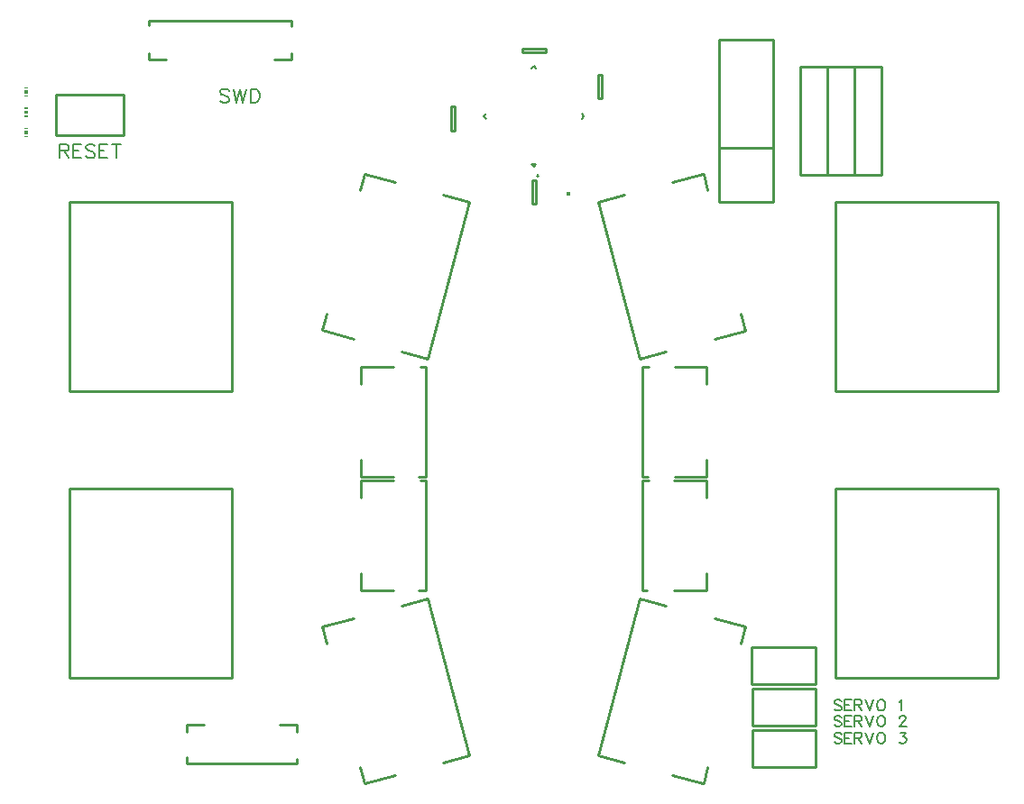
<source format=gto>
G04 DipTrace 2.4.0.2*
%INTopSilk.gbr*%
%MOIN*%
%ADD10C,0.0098*%
%ADD12C,0.003*%
%ADD35C,0.005*%
%ADD36O,0.0155X0.0154*%
%ADD83C,0.0077*%
%ADD84C,0.0062*%
%FSLAX44Y44*%
G04*
G70*
G90*
G75*
G01*
%LNTopSilk*%
%LPD*%
G36*
X4733Y30186D2*
X4615D1*
Y30245D1*
X4733D1*
Y30186D1*
G37*
G36*
Y30481D2*
X4615D1*
Y30540D1*
X4733D1*
Y30481D1*
G37*
G36*
Y30304D2*
X4615D1*
Y30422D1*
X4733D1*
Y30304D1*
G37*
G36*
Y29436D2*
X4615D1*
Y29495D1*
X4733D1*
Y29436D1*
G37*
G36*
Y29731D2*
X4615D1*
Y29790D1*
X4733D1*
Y29731D1*
G37*
G36*
Y29554D2*
X4615D1*
Y29672D1*
X4733D1*
Y29554D1*
G37*
G36*
Y28686D2*
X4615D1*
Y28745D1*
X4733D1*
Y28686D1*
G37*
G36*
Y28981D2*
X4615D1*
Y29040D1*
X4733D1*
Y28981D1*
G37*
G36*
Y28804D2*
X4615D1*
Y28922D1*
X4733D1*
Y28804D1*
G37*
X19188Y11923D2*
D10*
X19438D1*
Y16003D1*
X19248D1*
X18248D2*
X17068D1*
X17060Y15373D2*
Y16003D1*
X18248Y11923D2*
X17068D1*
X17060D2*
Y12553D1*
X27688Y16003D2*
X27438D1*
Y11923D1*
X27628D1*
X28628D2*
X29808D1*
X29815Y12553D2*
Y11923D1*
X28628Y16003D2*
X29808D1*
X29815D2*
Y15373D1*
X27691Y20203D2*
X27441D1*
Y16123D1*
X27631D1*
X28631D2*
X29811D1*
X29819Y16753D2*
Y16123D1*
X28631Y20203D2*
X29811D1*
X29819D2*
Y19573D1*
X19188Y16123D2*
X19438D1*
Y20203D1*
X19248D1*
X18248D2*
X17068D1*
X17060Y19573D2*
Y20203D1*
X18248Y16123D2*
X17068D1*
X17060D2*
Y16753D1*
X31498Y6772D2*
X33858D1*
Y5394D1*
X31498D1*
Y6772D1*
Y8292D2*
X33858D1*
Y6914D1*
X31498D1*
Y8292D1*
X31488Y9832D2*
X33848D1*
Y8454D1*
X31488D1*
Y9832D1*
X10608Y5768D2*
Y5518D1*
X14688D1*
Y5708D1*
Y6708D2*
Y6958D1*
X14058D2*
X14688D1*
X10608Y6708D2*
Y6958D1*
X11238D1*
X21063Y5831D2*
X20097Y5572D1*
X21063Y5831D2*
X19510Y11627D1*
X18544Y11368D1*
X16767Y10892D2*
X15628Y10587D1*
X18320Y5096D2*
X17181Y4791D1*
X17173Y4789D2*
X17010Y5397D1*
X15783Y9976D2*
X15620Y10584D1*
X27364Y11625D2*
X28330Y11367D1*
X27364Y11625D2*
X25811Y5829D1*
X26777Y5571D1*
X28554Y5094D2*
X29694Y4789D1*
X30107Y10890D2*
X31247Y10585D1*
X31254Y10583D2*
X31091Y9974D1*
X29864Y5396D2*
X29701Y4787D1*
X25810Y26300D2*
X26776Y26559D1*
X25810Y26300D2*
X27363Y20504D1*
X28329Y20763D1*
X30106Y21239D2*
X31246Y21544D1*
X28553Y27035D2*
X29693Y27340D1*
X29701Y27342D2*
X29863Y26734D1*
X31090Y22155D2*
X31254Y21546D1*
X19510Y20507D2*
X18545Y20765D1*
X19510Y20507D2*
X21063Y26303D1*
X20097Y26561D1*
X18320Y27038D2*
X17181Y27343D1*
X16767Y21242D2*
X15627Y21547D1*
X15620Y21549D2*
X15783Y22157D1*
X17010Y26736D2*
X17173Y27345D1*
X32288Y32313D2*
X30288D1*
Y28313D1*
X32288D1*
Y32313D1*
X36288Y31313D2*
X35288D1*
Y27313D1*
X36288D1*
Y31313D1*
X35288D2*
X34288D1*
Y27313D1*
X35288D1*
Y31313D1*
X34288D2*
X33288D1*
Y27313D1*
X34288D1*
Y31313D1*
X23375Y26225D2*
X23500D1*
Y27100D1*
X23375D1*
Y26225D1*
X23000Y31965D2*
X23875D1*
Y31840D1*
X23000D1*
Y31965D1*
X20375Y28945D2*
X20500D1*
Y29820D1*
X20375D1*
Y28945D1*
X25950Y30990D2*
X25825D1*
Y30115D1*
X25950D1*
Y30990D1*
X8291Y28763D2*
X5791D1*
Y30263D1*
X8291D1*
Y28763D1*
X6288Y15683D2*
X12288D1*
Y8683D1*
X6288D1*
Y15683D1*
X40588Y8683D2*
X34588D1*
Y15683D1*
X40588D1*
Y8683D1*
Y19283D2*
X34588D1*
Y26283D1*
X40588D1*
Y19283D1*
X6288Y26283D2*
X12288D1*
Y19283D1*
X6288D1*
Y26283D1*
X23529Y27694D2*
D35*
X23441Y27605D1*
X23352Y27694D2*
X23441Y27605D1*
Y31318D2*
X23529Y31229D1*
X23352D2*
X23441Y31318D1*
X21673Y29550D2*
X21584Y29461D1*
X21673Y29373D1*
X25208Y29550D2*
X25297Y29461D1*
X25208Y29373D2*
X25297Y29461D1*
X23529Y27694D2*
X23352D1*
X14488Y32813D2*
D10*
Y33003D1*
X9208D1*
Y32843D1*
Y31813D2*
Y31563D1*
X9838D2*
X9208D1*
X14488Y31813D2*
Y31563D1*
X13858D1*
D36*
X24705Y26599D3*
X30288Y26313D2*
D10*
X32288D1*
Y28313D1*
X30288D1*
Y26313D1*
X5929Y28181D2*
D83*
X6144D1*
X6216Y28205D1*
X6240Y28229D1*
X6264Y28277D1*
Y28325D1*
X6240Y28372D1*
X6216Y28397D1*
X6144Y28420D1*
X5929D1*
Y27918D1*
X6097Y28181D2*
X6264Y27918D1*
X6729Y28420D2*
X6419D1*
Y27918D1*
X6729D1*
X6419Y28181D2*
X6610D1*
X7219Y28348D2*
X7171Y28397D1*
X7099Y28420D1*
X7004D1*
X6932Y28397D1*
X6884Y28348D1*
Y28301D1*
X6908Y28253D1*
X6932Y28229D1*
X6979Y28205D1*
X7123Y28157D1*
X7171Y28133D1*
X7195Y28109D1*
X7219Y28062D1*
Y27990D1*
X7171Y27942D1*
X7099Y27918D1*
X7004D1*
X6932Y27942D1*
X6884Y27990D1*
X7684Y28420D2*
X7373D1*
Y27918D1*
X7684D1*
X7373Y28181D2*
X7564D1*
X8005Y28420D2*
Y27918D1*
X7838Y28420D2*
X8173D1*
X12181Y30398D2*
X12134Y30447D1*
X12062Y30470D1*
X11966D1*
X11895Y30447D1*
X11846Y30398D1*
Y30351D1*
X11871Y30303D1*
X11895Y30279D1*
X11942Y30255D1*
X12086Y30207D1*
X12134Y30183D1*
X12158Y30159D1*
X12181Y30112D1*
Y30040D1*
X12134Y29992D1*
X12062Y29968D1*
X11966D1*
X11895Y29992D1*
X11846Y30040D1*
X12336Y30470D2*
X12456Y29968D1*
X12575Y30470D1*
X12695Y29968D1*
X12814Y30470D1*
X12969D2*
Y29968D1*
X13136D1*
X13208Y29992D1*
X13256Y30040D1*
X13280Y30088D1*
X13304Y30159D1*
Y30279D1*
X13280Y30351D1*
X13256Y30398D1*
X13208Y30447D1*
X13136Y30470D1*
X12969D1*
X34800Y7830D2*
D84*
X34762Y7868D1*
X34704Y7887D1*
X34628D1*
X34570Y7868D1*
X34532Y7830D1*
Y7792D1*
X34551Y7753D1*
X34570Y7734D1*
X34608Y7715D1*
X34723Y7677D1*
X34762Y7658D1*
X34781Y7638D1*
X34800Y7600D1*
Y7543D1*
X34762Y7505D1*
X34704Y7485D1*
X34628D1*
X34570Y7505D1*
X34532Y7543D1*
X35172Y7887D2*
X34923D1*
Y7485D1*
X35172D1*
X34923Y7696D2*
X35076D1*
X35295D2*
X35467D1*
X35525Y7715D1*
X35544Y7734D1*
X35563Y7772D1*
Y7811D1*
X35544Y7849D1*
X35525Y7868D1*
X35467Y7887D1*
X35295D1*
Y7485D1*
X35429Y7696D2*
X35563Y7485D1*
X35687Y7887D2*
X35840Y7485D1*
X35992Y7887D1*
X36231D2*
X36192Y7868D1*
X36154Y7830D1*
X36135Y7792D1*
X36116Y7734D1*
Y7638D1*
X36135Y7581D1*
X36154Y7543D1*
X36192Y7505D1*
X36231Y7485D1*
X36307D1*
X36345Y7505D1*
X36384Y7543D1*
X36403Y7581D1*
X36422Y7638D1*
Y7734D1*
X36403Y7792D1*
X36384Y7830D1*
X36345Y7868D1*
X36307Y7887D1*
X36231D1*
X36934Y7810D2*
X36973Y7830D1*
X37030Y7887D1*
Y7485D1*
X34800Y7240D2*
X34762Y7278D1*
X34704Y7297D1*
X34628D1*
X34570Y7278D1*
X34532Y7240D1*
Y7202D1*
X34551Y7163D1*
X34570Y7144D1*
X34608Y7125D1*
X34723Y7087D1*
X34762Y7068D1*
X34781Y7048D1*
X34800Y7010D1*
Y6953D1*
X34762Y6915D1*
X34704Y6895D1*
X34628D1*
X34570Y6915D1*
X34532Y6953D1*
X35172Y7297D2*
X34923D1*
Y6895D1*
X35172D1*
X34923Y7106D2*
X35076D1*
X35295D2*
X35467D1*
X35525Y7125D1*
X35544Y7144D1*
X35563Y7182D1*
Y7221D1*
X35544Y7259D1*
X35525Y7278D1*
X35467Y7297D1*
X35295D1*
Y6895D1*
X35429Y7106D2*
X35563Y6895D1*
X35687Y7297D2*
X35840Y6895D1*
X35992Y7297D1*
X36231D2*
X36192Y7278D1*
X36154Y7240D1*
X36135Y7202D1*
X36116Y7144D1*
Y7048D1*
X36135Y6991D1*
X36154Y6953D1*
X36192Y6915D1*
X36231Y6895D1*
X36307D1*
X36345Y6915D1*
X36384Y6953D1*
X36403Y6991D1*
X36422Y7048D1*
Y7144D1*
X36403Y7202D1*
X36384Y7240D1*
X36345Y7278D1*
X36307Y7297D1*
X36231D1*
X36954Y7201D2*
Y7220D1*
X36973Y7259D1*
X36992Y7278D1*
X37030Y7297D1*
X37107D1*
X37145Y7278D1*
X37164Y7259D1*
X37183Y7220D1*
Y7182D1*
X37164Y7144D1*
X37126Y7087D1*
X36934Y6895D1*
X37202D1*
X34800Y6610D2*
X34762Y6648D1*
X34704Y6667D1*
X34628D1*
X34570Y6648D1*
X34532Y6610D1*
Y6572D1*
X34551Y6533D1*
X34570Y6514D1*
X34608Y6495D1*
X34723Y6457D1*
X34762Y6438D1*
X34781Y6418D1*
X34800Y6380D1*
Y6323D1*
X34762Y6285D1*
X34704Y6265D1*
X34628D1*
X34570Y6285D1*
X34532Y6323D1*
X35172Y6667D2*
X34923D1*
Y6265D1*
X35172D1*
X34923Y6476D2*
X35076D1*
X35295D2*
X35467D1*
X35525Y6495D1*
X35544Y6514D1*
X35563Y6552D1*
Y6591D1*
X35544Y6629D1*
X35525Y6648D1*
X35467Y6667D1*
X35295D1*
Y6265D1*
X35429Y6476D2*
X35563Y6265D1*
X35687Y6667D2*
X35840Y6265D1*
X35992Y6667D1*
X36231D2*
X36192Y6648D1*
X36154Y6610D1*
X36135Y6572D1*
X36116Y6514D1*
Y6418D1*
X36135Y6361D1*
X36154Y6323D1*
X36192Y6285D1*
X36231Y6265D1*
X36307D1*
X36345Y6285D1*
X36384Y6323D1*
X36403Y6361D1*
X36422Y6418D1*
Y6514D1*
X36403Y6572D1*
X36384Y6610D1*
X36345Y6648D1*
X36307Y6667D1*
X36231D1*
X36973D2*
X37183D1*
X37068Y6514D1*
X37126D1*
X37164Y6495D1*
X37183Y6476D1*
X37202Y6418D1*
Y6380D1*
X37183Y6323D1*
X37145Y6284D1*
X37087Y6265D1*
X37030D1*
X36973Y6284D1*
X36954Y6304D1*
X36934Y6342D1*
X23507Y27271D2*
D12*
X23622D1*
X23536Y27223D2*
X23593Y27319D1*
X23536D2*
X23593Y27223D1*
M02*

</source>
